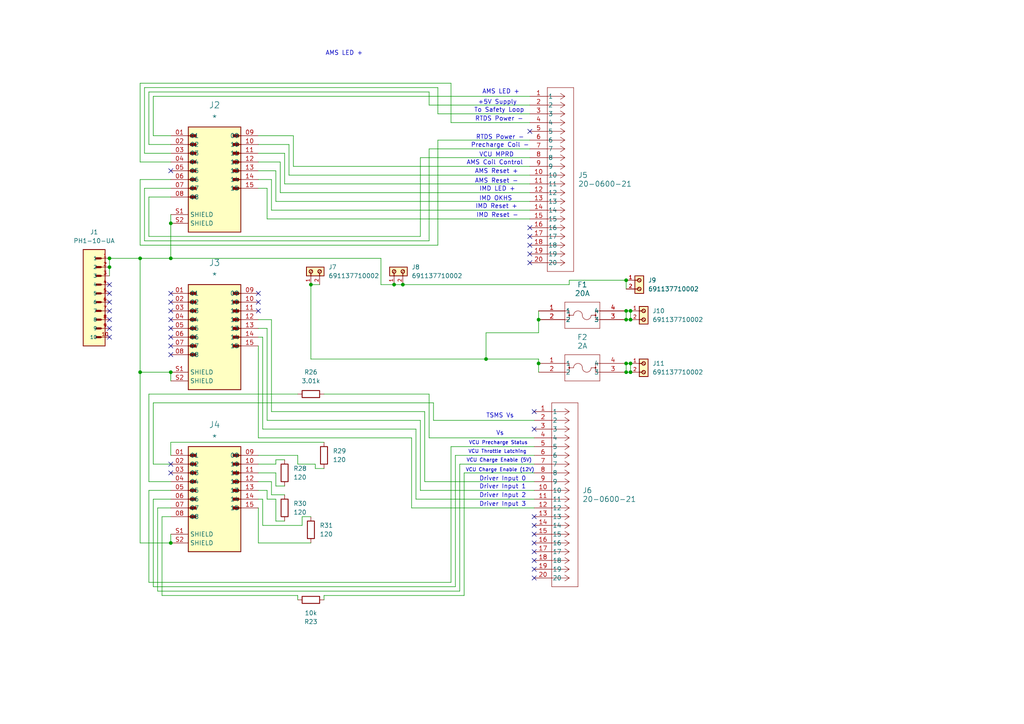
<source format=kicad_sch>
(kicad_sch (version 20231120) (generator "eeschema") (generator_version "8.0")
  (paper "A4")
  (lib_symbols
    (symbol "20-0600-21:20-0600-21" (pin_names (offset 0.254))
      (property "Reference" "J" (at 8.89 6.35 0))
      (property "Value" "20-0600-21" (at 0 0 0))
      (symbol "20-0600-21_1_1"
        (polyline (pts (xy 5.08 -50.8) (xy 12.7 -50.8)) (stroke (width 0.127)))
        (polyline (pts (xy 5.08 2.54) (xy 5.08 -50.8)) (stroke (width 0.127)))
        (polyline (pts (xy 10.16 -48.26) (xy 5.08 -48.26)) (stroke (width 0.127)))
        (polyline (pts (xy 10.16 -48.26) (xy 8.89 -49.1067)) (stroke (width 0.127)))
        (polyline (pts (xy 10.16 -48.26) (xy 8.89 -47.4133)) (stroke (width 0.127)))
        (polyline (pts (xy 10.16 -45.72) (xy 5.08 -45.72)) (stroke (width 0.127)))
        (polyline (pts (xy 10.16 -45.72) (xy 8.89 -46.5667)) (stroke (width 0.127)))
        (polyline (pts (xy 10.16 -45.72) (xy 8.89 -44.8733)) (stroke (width 0.127)))
        (polyline (pts (xy 10.16 -43.18) (xy 5.08 -43.18)) (stroke (width 0.127)))
        (polyline (pts (xy 10.16 -43.18) (xy 8.89 -44.0267)) (stroke (width 0.127)))
        (polyline (pts (xy 10.16 -43.18) (xy 8.89 -42.3333)) (stroke (width 0.127)))
        (polyline (pts (xy 10.16 -40.64) (xy 5.08 -40.64)) (stroke (width 0.127)))
        (polyline (pts (xy 10.16 -40.64) (xy 8.89 -41.4867)) (stroke (width 0.127)))
        (polyline (pts (xy 10.16 -40.64) (xy 8.89 -39.7933)) (stroke (width 0.127)))
        (polyline (pts (xy 10.16 -38.1) (xy 5.08 -38.1)) (stroke (width 0.127)))
        (polyline (pts (xy 10.16 -38.1) (xy 8.89 -38.9467)) (stroke (width 0.127)))
        (polyline (pts (xy 10.16 -38.1) (xy 8.89 -37.2533)) (stroke (width 0.127)))
        (polyline (pts (xy 10.16 -35.56) (xy 5.08 -35.56)) (stroke (width 0.127)))
        (polyline (pts (xy 10.16 -35.56) (xy 8.89 -36.4067)) (stroke (width 0.127)))
        (polyline (pts (xy 10.16 -35.56) (xy 8.89 -34.7133)) (stroke (width 0.127)))
        (polyline (pts (xy 10.16 -33.02) (xy 5.08 -33.02)) (stroke (width 0.127)))
        (polyline (pts (xy 10.16 -33.02) (xy 8.89 -33.8667)) (stroke (width 0.127)))
        (polyline (pts (xy 10.16 -33.02) (xy 8.89 -32.1733)) (stroke (width 0.127)))
        (polyline (pts (xy 10.16 -30.48) (xy 5.08 -30.48)) (stroke (width 0.127)))
        (polyline (pts (xy 10.16 -30.48) (xy 8.89 -31.3267)) (stroke (width 0.127)))
        (polyline (pts (xy 10.16 -30.48) (xy 8.89 -29.6333)) (stroke (width 0.127)))
        (polyline (pts (xy 10.16 -27.94) (xy 5.08 -27.94)) (stroke (width 0.127)))
        (polyline (pts (xy 10.16 -27.94) (xy 8.89 -28.7867)) (stroke (width 0.127)))
        (polyline (pts (xy 10.16 -27.94) (xy 8.89 -27.0933)) (stroke (width 0.127)))
        (polyline (pts (xy 10.16 -25.4) (xy 5.08 -25.4)) (stroke (width 0.127)))
        (polyline (pts (xy 10.16 -25.4) (xy 8.89 -26.2467)) (stroke (width 0.127)))
        (polyline (pts (xy 10.16 -25.4) (xy 8.89 -24.5533)) (stroke (width 0.127)))
        (polyline (pts (xy 10.16 -22.86) (xy 5.08 -22.86)) (stroke (width 0.127)))
        (polyline (pts (xy 10.16 -22.86) (xy 8.89 -23.7067)) (stroke (width 0.127)))
        (polyline (pts (xy 10.16 -22.86) (xy 8.89 -22.0133)) (stroke (width 0.127)))
        (polyline (pts (xy 10.16 -20.32) (xy 5.08 -20.32)) (stroke (width 0.127)))
        (polyline (pts (xy 10.16 -20.32) (xy 8.89 -21.1667)) (stroke (width 0.127)))
        (polyline (pts (xy 10.16 -20.32) (xy 8.89 -19.4733)) (stroke (width 0.127)))
        (polyline (pts (xy 10.16 -17.78) (xy 5.08 -17.78)) (stroke (width 0.127)))
        (polyline (pts (xy 10.16 -17.78) (xy 8.89 -18.6267)) (stroke (width 0.127)))
        (polyline (pts (xy 10.16 -17.78) (xy 8.89 -16.9333)) (stroke (width 0.127)))
        (polyline (pts (xy 10.16 -15.24) (xy 5.08 -15.24)) (stroke (width 0.127)))
        (polyline (pts (xy 10.16 -15.24) (xy 8.89 -16.0867)) (stroke (width 0.127)))
        (polyline (pts (xy 10.16 -15.24) (xy 8.89 -14.3933)) (stroke (width 0.127)))
        (polyline (pts (xy 10.16 -12.7) (xy 5.08 -12.7)) (stroke (width 0.127)))
        (polyline (pts (xy 10.16 -12.7) (xy 8.89 -13.5467)) (stroke (width 0.127)))
        (polyline (pts (xy 10.16 -12.7) (xy 8.89 -11.8533)) (stroke (width 0.127)))
        (polyline (pts (xy 10.16 -10.16) (xy 5.08 -10.16)) (stroke (width 0.127)))
        (polyline (pts (xy 10.16 -10.16) (xy 8.89 -11.0067)) (stroke (width 0.127)))
        (polyline (pts (xy 10.16 -10.16) (xy 8.89 -9.3133)) (stroke (width 0.127)))
        (polyline (pts (xy 10.16 -7.62) (xy 5.08 -7.62)) (stroke (width 0.127)))
        (polyline (pts (xy 10.16 -7.62) (xy 8.89 -8.4667)) (stroke (width 0.127)))
        (polyline (pts (xy 10.16 -7.62) (xy 8.89 -6.7733)) (stroke (width 0.127)))
        (polyline (pts (xy 10.16 -5.08) (xy 5.08 -5.08)) (stroke (width 0.127)))
        (polyline (pts (xy 10.16 -5.08) (xy 8.89 -5.9267)) (stroke (width 0.127)))
        (polyline (pts (xy 10.16 -5.08) (xy 8.89 -4.2333)) (stroke (width 0.127)))
        (polyline (pts (xy 10.16 -2.54) (xy 5.08 -2.54)) (stroke (width 0.127)))
        (polyline (pts (xy 10.16 -2.54) (xy 8.89 -3.3867)) (stroke (width 0.127)))
        (polyline (pts (xy 10.16 -2.54) (xy 8.89 -1.6933)) (stroke (width 0.127)))
        (polyline (pts (xy 10.16 0) (xy 5.08 0)) (stroke (width 0.127)))
        (polyline (pts (xy 10.16 0) (xy 8.89 -0.8467)) (stroke (width 0.127)))
        (polyline (pts (xy 10.16 0) (xy 8.89 0.8467)) (stroke (width 0.127)))
        (polyline (pts (xy 12.7 -50.8) (xy 12.7 2.54)) (stroke (width 0.127)))
        (polyline (pts (xy 12.7 2.54) (xy 5.08 2.54)) (stroke (width 0.127)))
        (pin unspecified line (at 0 0 0) (length 5.08) (name "1") (number "1"))
        (pin unspecified line (at 0 -22.86 0) (length 5.08) (name "10") (number "10"))
        (pin unspecified line (at 0 -25.4 0) (length 5.08) (name "11") (number "11"))
        (pin unspecified line (at 0 -27.94 0) (length 5.08) (name "12") (number "12"))
        (pin unspecified line (at 0 -30.48 0) (length 5.08) (name "13") (number "13"))
        (pin unspecified line (at 0 -33.02 0) (length 5.08) (name "14") (number "14"))
        (pin unspecified line (at 0 -35.56 0) (length 5.08) (name "15") (number "15"))
        (pin unspecified line (at 0 -38.1 0) (length 5.08) (name "16") (number "16"))
        (pin unspecified line (at 0 -40.64 0) (length 5.08) (name "17") (number "17"))
        (pin unspecified line (at 0 -43.18 0) (length 5.08) (name "18") (number "18"))
        (pin unspecified line (at 0 -45.72 0) (length 5.08) (name "19") (number "19"))
        (pin unspecified line (at 0 -2.54 0) (length 5.08) (name "2") (number "2"))
        (pin unspecified line (at 0 -48.26 0) (length 5.08) (name "20") (number "20"))
        (pin unspecified line (at 0 -5.08 0) (length 5.08) (name "3") (number "3"))
        (pin unspecified line (at 0 -7.62 0) (length 5.08) (name "4") (number "4"))
        (pin unspecified line (at 0 -10.16 0) (length 5.08) (name "5") (number "5"))
        (pin unspecified line (at 0 -12.7 0) (length 5.08) (name "6") (number "6"))
        (pin unspecified line (at 0 -15.24 0) (length 5.08) (name "7") (number "7"))
        (pin unspecified line (at 0 -17.78 0) (length 5.08) (name "8") (number "8"))
        (pin unspecified line (at 0 -20.32 0) (length 5.08) (name "9") (number "9"))
      )
      (symbol "20-0600-21_1_2"
        (polyline (pts (xy 5.08 -50.8) (xy 12.7 -50.8)) (stroke (width 0.127)))
        (polyline (pts (xy 5.08 2.54) (xy 5.08 -50.8)) (stroke (width 0.127)))
        (polyline (pts (xy 7.62 -48.26) (xy 5.08 -48.26)) (stroke (width 0.127)))
        (polyline (pts (xy 7.62 -48.26) (xy 8.89 -49.1067)) (stroke (width 0.127)))
        (polyline (pts (xy 7.62 -48.26) (xy 8.89 -47.4133)) (stroke (width 0.127)))
        (polyline (pts (xy 7.62 -45.72) (xy 5.08 -45.72)) (stroke (width 0.127)))
        (polyline (pts (xy 7.62 -45.72) (xy 8.89 -46.5667)) (stroke (width 0.127)))
        (polyline (pts (xy 7.62 -45.72) (xy 8.89 -44.8733)) (stroke (width 0.127)))
        (polyline (pts (xy 7.62 -43.18) (xy 5.08 -43.18)) (stroke (width 0.127)))
        (polyline (pts (xy 7.62 -43.18) (xy 8.89 -44.0267)) (stroke (width 0.127)))
        (polyline (pts (xy 7.62 -43.18) (xy 8.89 -42.3333)) (stroke (width 0.127)))
        (polyline (pts (xy 7.62 -40.64) (xy 5.08 -40.64)) (stroke (width 0.127)))
        (polyline (pts (xy 7.62 -40.64) (xy 8.89 -41.4867)) (stroke (width 0.127)))
        (polyline (pts (xy 7.62 -40.64) (xy 8.89 -39.7933)) (stroke (width 0.127)))
        (polyline (pts (xy 7.62 -38.1) (xy 5.08 -38.1)) (stroke (width 0.127)))
        (polyline (pts (xy 7.62 -38.1) (xy 8.89 -38.9467)) (stroke (width 0.127)))
        (polyline (pts (xy 7.62 -38.1) (xy 8.89 -37.2533)) (stroke (width 0.127)))
        (polyline (pts (xy 7.62 -35.56) (xy 5.08 -35.56)) (stroke (width 0.127)))
        (polyline (pts (xy 7.62 -35.56) (xy 8.89 -36.4067)) (stroke (width 0.127)))
        (polyline (pts (xy 7.62 -35.56) (xy 8.89 -34.7133)) (stroke (width 0.127)))
        (polyline (pts (xy 7.62 -33.02) (xy 5.08 -33.02)) (stroke (width 0.127)))
        (polyline (pts (xy 7.62 -33.02) (xy 8.89 -33.8667)) (stroke (width 0.127)))
        (polyline (pts (xy 7.62 -33.02) (xy 8.89 -32.1733)) (stroke (width 0.127)))
        (polyline (pts (xy 7.62 -30.48) (xy 5.08 -30.48)) (stroke (width 0.127)))
        (polyline (pts (xy 7.62 -30.48) (xy 8.89 -31.3267)) (stroke (width 0.127)))
        (polyline (pts (xy 7.62 -30.48) (xy 8.89 -29.6333)) (stroke (width 0.127)))
        (polyline (pts (xy 7.62 -27.94) (xy 5.08 -27.94)) (stroke (width 0.127)))
        (polyline (pts (xy 7.62 -27.94) (xy 8.89 -28.7867)) (stroke (width 0.127)))
        (polyline (pts (xy 7.62 -27.94) (xy 8.89 -27.0933)) (stroke (width 0.127)))
        (polyline (pts (xy 7.62 -25.4) (xy 5.08 -25.4)) (stroke (width 0.127)))
        (polyline (pts (xy 7.62 -25.4) (xy 8.89 -26.2467)) (stroke (width 0.127)))
        (polyline (pts (xy 7.62 -25.4) (xy 8.89 -24.5533)) (stroke (width 0.127)))
        (polyline (pts (xy 7.62 -22.86) (xy 5.08 -22.86)) (stroke (width 0.127)))
        (polyline (pts (xy 7.62 -22.86) (xy 8.89 -23.7067)) (stroke (width 0.127)))
        (polyline (pts (xy 7.62 -22.86) (xy 8.89 -22.0133)) (stroke (width 0.127)))
        (polyline (pts (xy 7.62 -20.32) (xy 5.08 -20.32)) (stroke (width 0.127)))
        (polyline (pts (xy 7.62 -20.32) (xy 8.89 -21.1667)) (stroke (width 0.127)))
        (polyline (pts (xy 7.62 -20.32) (xy 8.89 -19.4733)) (stroke (width 0.127)))
        (polyline (pts (xy 7.62 -17.78) (xy 5.08 -17.78)) (stroke (width 0.127)))
        (polyline (pts (xy 7.62 -17.78) (xy 8.89 -18.6267)) (stroke (width 0.127)))
        (polyline (pts (xy 7.62 -17.78) (xy 8.89 -16.9333)) (stroke (width 0.127)))
        (polyline (pts (xy 7.62 -15.24) (xy 5.08 -15.24)) (stroke (width 0.127)))
        (polyline (pts (xy 7.62 -15.24) (xy 8.89 -16.0867)) (stroke (width 0.127)))
        (polyline (pts (xy 7.62 -15.24) (xy 8.89 -14.3933)) (stroke (width 0.127)))
        (polyline (pts (xy 7.62 -12.7) (xy 5.08 -12.7)) (stroke (width 0.127)))
        (polyline (pts (xy 7.62 -12.7) (xy 8.89 -13.5467)) (stroke (width 0.127)))
        (polyline (pts (xy 7.62 -12.7) (xy 8.89 -11.8533)) (stroke (width 0.127)))
        (polyline (pts (xy 7.62 -10.16) (xy 5.08 -10.16)) (stroke (width 0.127)))
        (polyline (pts (xy 7.62 -10.16) (xy 8.89 -11.0067)) (stroke (width 0.127)))
        (polyline (pts (xy 7.62 -10.16) (xy 8.89 -9.3133)) (stroke (width 0.127)))
        (polyline (pts (xy 7.62 -7.62) (xy 5.08 -7.62)) (stroke (width 0.127)))
        (polyline (pts (xy 7.62 -7.62) (xy 8.89 -8.4667)) (stroke (width 0.127)))
        (polyline (pts (xy 7.62 -7.62) (xy 8.89 -6.7733)) (stroke (width 0.127)))
        (polyline (pts (xy 7.62 -5.08) (xy 5.08 -5.08)) (stroke (width 0.127)))
        (polyline (pts (xy 7.62 -5.08) (xy 8.89 -5.9267)) (stroke (width 0.127)))
        (polyline (pts (xy 7.62 -5.08) (xy 8.89 -4.2333)) (stroke (width 0.127)))
        (polyline (pts (xy 7.62 -2.54) (xy 5.08 -2.54)) (stroke (width 0.127)))
        (polyline (pts (xy 7.62 -2.54) (xy 8.89 -3.3867)) (stroke (width 0.127)))
        (polyline (pts (xy 7.62 -2.54) (xy 8.89 -1.6933)) (stroke (width 0.127)))
        (polyline (pts (xy 7.62 0) (xy 5.08 0)) (stroke (width 0.127)))
        (polyline (pts (xy 7.62 0) (xy 8.89 -0.8467)) (stroke (width 0.127)))
        (polyline (pts (xy 7.62 0) (xy 8.89 0.8467)) (stroke (width 0.127)))
        (polyline (pts (xy 12.7 -50.8) (xy 12.7 2.54)) (stroke (width 0.127)))
        (polyline (pts (xy 12.7 2.54) (xy 5.08 2.54)) (stroke (width 0.127)))
        (pin unspecified line (at 0 0 0) (length 5.08) (name "1") (number "1"))
        (pin unspecified line (at 0 -22.86 0) (length 5.08) (name "10") (number "10"))
        (pin unspecified line (at 0 -25.4 0) (length 5.08) (name "11") (number "11"))
        (pin unspecified line (at 0 -27.94 0) (length 5.08) (name "12") (number "12"))
        (pin unspecified line (at 0 -30.48 0) (length 5.08) (name "13") (number "13"))
        (pin unspecified line (at 0 -33.02 0) (length 5.08) (name "14") (number "14"))
        (pin unspecified line (at 0 -35.56 0) (length 5.08) (name "15") (number "15"))
        (pin unspecified line (at 0 -38.1 0) (length 5.08) (name "16") (number "16"))
        (pin unspecified line (at 0 -40.64 0) (length 5.08) (name "17") (number "17"))
        (pin unspecified line (at 0 -43.18 0) (length 5.08) (name "18") (number "18"))
        (pin unspecified line (at 0 -45.72 0) (length 5.08) (name "19") (number "19"))
        (pin unspecified line (at 0 -2.54 0) (length 5.08) (name "2") (number "2"))
        (pin unspecified line (at 0 -48.26 0) (length 5.08) (name "20") (number "20"))
        (pin unspecified line (at 0 -5.08 0) (length 5.08) (name "3") (number "3"))
        (pin unspecified line (at 0 -7.62 0) (length 5.08) (name "4") (number "4"))
        (pin unspecified line (at 0 -10.16 0) (length 5.08) (name "5") (number "5"))
        (pin unspecified line (at 0 -12.7 0) (length 5.08) (name "6") (number "6"))
        (pin unspecified line (at 0 -15.24 0) (length 5.08) (name "7") (number "7"))
        (pin unspecified line (at 0 -17.78 0) (length 5.08) (name "8") (number "8"))
        (pin unspecified line (at 0 -20.32 0) (length 5.08) (name "9") (number "9"))
      )
    )
    (symbol "3568:3568" (pin_names (offset 0.254))
      (property "Reference" "F" (at 12.7 7.62 0))
      (property "Value" "3568" (at 12.7 5.08 0))
      (symbol "3568_0_1"
        (polyline (pts (xy 7.62 -5.08) (xy 17.78 -5.08)) (stroke (width 0.127)))
        (polyline (pts (xy 7.62 -2.54) (xy 8.89 -2.54)) (stroke (width 0.127)))
        (polyline (pts (xy 7.62 0) (xy 8.89 0)) (stroke (width 0.127)))
        (polyline (pts (xy 7.62 2.54) (xy 7.62 -5.08)) (stroke (width 0.127)))
        (polyline (pts (xy 8.89 -1.27) (xy 10.16 -1.27)) (stroke (width 0.127)))
        (polyline (pts (xy 8.89 0) (xy 8.89 -2.54)) (stroke (width 0.127)))
        (polyline (pts (xy 15.24 -1.27) (xy 16.51 -1.27)) (stroke (width 0.127)))
        (polyline (pts (xy 16.51 -2.54) (xy 16.51 0)) (stroke (width 0.127)))
        (polyline (pts (xy 16.51 0) (xy 17.78 0)) (stroke (width 0.127)))
        (polyline (pts (xy 17.78 -5.08) (xy 17.78 2.54)) (stroke (width 0.127)))
        (polyline (pts (xy 17.78 -2.54) (xy 16.51 -2.54)) (stroke (width 0.127)))
        (polyline (pts (xy 17.78 2.54) (xy 7.62 2.54)) (stroke (width 0.127)))
        (circle (center 8.89 -1.27) (radius 0.127) (stroke (width 0.254)))
        (arc (start 12.7 -1.27) (mid 11.43 -0.0055) (end 10.16 -1.27) (stroke (width 0.127)))
        (arc (start 12.7 -1.27) (mid 13.97 -2.5344) (end 15.24 -1.27) (stroke (width 0.127)))
        (circle (center 16.51 -1.27) (radius 0.127) (stroke (width 0.254)))
        (pin unspecified line (at 0 0 0) (length 7.62) (name "1") (number "1"))
        (pin unspecified line (at 0 -2.54 0) (length 7.62) (name "2") (number "2"))
        (pin unspecified line (at 25.4 -2.54 180) (length 7.62) (name "3") (number "3"))
        (pin unspecified line (at 25.4 0 180) (length 7.62) (name "4") (number "4"))
      )
    )
    (symbol "691137710002:691137710002" (pin_names (offset 1.016))
      (property "Reference" "J" (at -4.88 -0.922 0))
      (symbol "691137710002_0_0"
        (rectangle (start -3.81 -2.54) (end 1.27 0) (stroke (width 0.254)) (fill (type background)))
        (circle (center -2.54 -1.27) (radius 0.508) (stroke (width 0.254)))
        (circle (center 0 -1.27) (radius 0.508) (stroke (width 0.254)))
        (polyline (pts (xy -2.54 -1.778) (xy -2.54 -2.54)) (stroke (width 0.254)))
        (polyline (pts (xy -2.286 -1.016) (xy -2.794 -1.524)) (stroke (width 0.1524)))
        (polyline (pts (xy 0 -1.778) (xy 0 -2.54)) (stroke (width 0.254)))
        (polyline (pts (xy 0.254 -1.016) (xy -0.254 -1.524)) (stroke (width 0.1524)))
        (pin passive line (at -2.54 -5.08 90) (length 2.54) (name "~") (number "1"))
        (pin passive line (at 0 -5.08 90) (length 2.54) (name "~") (number "2"))
      )
    )
    (symbol "Device:R" (pin_numbers hide) (pin_names (offset 0))
      (property "Reference" "R" (at 2.032 0 90))
      (property "Value" "R" (at 0 0 90))
      (symbol "R_0_1"
        (rectangle (start -1.016 -2.54) (end 1.016 2.54) (stroke (width 0.254)))
      )
      (symbol "R_1_1"
        (pin passive line (at 0 3.81 270) (length 1.27) (name "~") (number "1"))
        (pin passive line (at 0 -3.81 90) (length 1.27) (name "~") (number "2"))
      )
    )
    (symbol "L717SDA15P1ACH4F:L717SDA15P1ACH4F"
      (property "Reference" "J" (at -1.27 1.27 0))
      (property "Value" "*" (at -1.27 -3.81 0))
      (symbol "L717SDA15P1ACH4F_1_0"
        (rectangle (start -5.398 -7.303) (end -6.985 -7.938) (stroke (width 0.254)) (fill (type outline)))
        (rectangle (start -5.398 -4.763) (end -6.985 -5.398) (stroke (width 0.254)) (fill (type outline)))
        (rectangle (start -5.398 -2.223) (end -6.985 -2.858) (stroke (width 0.254)) (fill (type outline)))
        (rectangle (start -5.398 0.318) (end -6.985 -0.318) (stroke (width 0.254)) (fill (type outline)))
        (rectangle (start -5.398 2.858) (end -6.985 2.223) (stroke (width 0.254)) (fill (type outline)))
        (rectangle (start -5.398 5.398) (end -6.985 4.763) (stroke (width 0.254)) (fill (type outline)))
        (rectangle (start -5.398 7.938) (end -6.985 7.303) (stroke (width 0.254)) (fill (type outline)))
        (rectangle (start -5.398 10.478) (end -6.985 9.843) (stroke (width 0.254)) (fill (type outline)))
        (polyline (pts (xy -7.62 -7.62) (xy -5.715 -7.62)) (stroke (width 0.254)))
        (polyline (pts (xy -7.62 -5.08) (xy -5.715 -5.08)) (stroke (width 0.254)))
        (polyline (pts (xy -7.62 -2.54) (xy -5.715 -2.54)) (stroke (width 0.254)))
        (polyline (pts (xy -7.62 0) (xy -5.715 0)) (stroke (width 0.254)))
        (polyline (pts (xy -7.62 2.54) (xy -5.715 2.54)) (stroke (width 0.254)))
        (polyline (pts (xy -7.62 5.08) (xy -5.715 5.08)) (stroke (width 0.254)))
        (polyline (pts (xy -7.62 7.62) (xy -5.715 7.62)) (stroke (width 0.254)))
        (polyline (pts (xy -7.62 10.16) (xy -5.715 10.16)) (stroke (width 0.254)))
        (polyline (pts (xy 7.62 -5.08) (xy 5.715 -5.08)) (stroke (width 0.254)))
        (polyline (pts (xy 7.62 -2.54) (xy 5.715 -2.54)) (stroke (width 0.254)))
        (polyline (pts (xy 7.62 0) (xy 5.715 0)) (stroke (width 0.254)))
        (polyline (pts (xy 7.62 2.54) (xy 5.715 2.54)) (stroke (width 0.254)))
        (polyline (pts (xy 7.62 5.08) (xy 5.715 5.08)) (stroke (width 0.254)))
        (polyline (pts (xy 7.62 7.62) (xy 5.715 7.62)) (stroke (width 0.254)))
        (polyline (pts (xy 7.62 10.16) (xy 5.715 10.16)) (stroke (width 0.254)))
        (rectangle (start 5.398 -5.398) (end 6.985 -4.763) (stroke (width 0.254)) (fill (type outline)))
        (rectangle (start 5.398 -2.858) (end 6.985 -2.223) (stroke (width 0.254)) (fill (type outline)))
        (rectangle (start 5.398 -0.318) (end 6.985 0.318) (stroke (width 0.254)) (fill (type outline)))
        (rectangle (start 5.398 2.223) (end 6.985 2.858) (stroke (width 0.254)) (fill (type outline)))
        (rectangle (start 5.398 4.763) (end 6.985 5.398) (stroke (width 0.254)) (fill (type outline)))
        (rectangle (start 5.398 7.303) (end 6.985 7.938) (stroke (width 0.254)) (fill (type outline)))
        (rectangle (start 5.398 9.843) (end 6.985 10.478) (stroke (width 0.254)) (fill (type outline)))
        (rectangle (start 7.62 12.7) (end -7.62 -17.78) (stroke (width 0.254) (color 128 0 0 1)) (fill (type background)))
        (pin passive line (at -12.7 10.16 0) (length 5.08) (name "01") (number "01"))
        (pin passive line (at -12.7 7.62 0) (length 5.08) (name "02") (number "02"))
        (pin passive line (at -12.7 5.08 0) (length 5.08) (name "03") (number "03"))
        (pin passive line (at -12.7 2.54 0) (length 5.08) (name "04") (number "04"))
        (pin passive line (at -12.7 0 0) (length 5.08) (name "05") (number "05"))
        (pin passive line (at -12.7 -2.54 0) (length 5.08) (name "06") (number "06"))
        (pin passive line (at -12.7 -5.08 0) (length 5.08) (name "07") (number "07"))
        (pin passive line (at -12.7 -7.62 0) (length 5.08) (name "08") (number "08"))
        (pin passive line (at 12.7 10.16 180) (length 5.08) (name "09") (number "09"))
        (pin passive line (at 12.7 7.62 180) (length 5.08) (name "10") (number "10"))
        (pin passive line (at 12.7 5.08 180) (length 5.08) (name "11") (number "11"))
        (pin passive line (at 12.7 2.54 180) (length 5.08) (name "12") (number "12"))
        (pin passive line (at 12.7 0 180) (length 5.08) (name "13") (number "13"))
        (pin passive line (at 12.7 -2.54 180) (length 5.08) (name "14") (number "14"))
        (pin passive line (at 12.7 -5.08 180) (length 5.08) (name "15") (number "15"))
        (pin passive line (at -12.7 -12.7 0) (length 5.08) (name "SHIELD") (number "S1"))
        (pin passive line (at -12.7 -15.24 0) (length 5.08) (name "SHIELD") (number "S2"))
      )
    )
    (symbol "PH1-10-UA:PH1-10-UA" (pin_names (offset 1.016))
      (property "Reference" "J" (at 0 28.448 0))
      (property "Value" "PH1-10-UA" (at 0 0 0))
      (symbol "PH1-10-UA_0_0"
        (polyline (pts (xy 3.81 2.54) (xy 5.08 2.54)) (stroke (width 0.6096)))
        (polyline (pts (xy 3.81 5.08) (xy 5.08 5.08)) (stroke (width 0.6096)))
        (polyline (pts (xy 3.81 7.62) (xy 5.08 7.62)) (stroke (width 0.6096)))
        (polyline (pts (xy 3.81 10.16) (xy 5.08 10.16)) (stroke (width 0.6096)))
        (polyline (pts (xy 3.81 12.7) (xy 5.08 12.7)) (stroke (width 0.6096)))
        (polyline (pts (xy 3.81 15.24) (xy 5.08 15.24)) (stroke (width 0.6096)))
        (polyline (pts (xy 3.81 17.78) (xy 5.08 17.78)) (stroke (width 0.6096)))
        (polyline (pts (xy 3.81 20.32) (xy 5.08 20.32)) (stroke (width 0.6096)))
        (polyline (pts (xy 3.81 22.86) (xy 5.08 22.86)) (stroke (width 0.6096)))
        (polyline (pts (xy 3.81 25.4) (xy 5.08 25.4)) (stroke (width 0.6096)))
        (rectangle (start 0 0) (end 6.35 27.94) (stroke (width 0.254)) (fill (type background)))
        (pin passive line (at 7.62 25.4 180) (length 2.54) (name "1") (number "1"))
        (pin passive line (at 7.62 2.54 180) (length 2.54) (name "10") (number "10"))
        (pin passive line (at 7.62 22.86 180) (length 2.54) (name "2") (number "2"))
        (pin passive line (at 7.62 20.32 180) (length 2.54) (name "3") (number "3"))
        (pin passive line (at 7.62 17.78 180) (length 2.54) (name "4") (number "4"))
        (pin passive line (at 7.62 15.24 180) (length 2.54) (name "5") (number "5"))
        (pin passive line (at 7.62 12.7 180) (length 2.54) (name "6") (number "6"))
        (pin passive line (at 7.62 10.16 180) (length 2.54) (name "7") (number "7"))
        (pin passive line (at 7.62 7.62 180) (length 2.54) (name "8") (number "8"))
        (pin passive line (at 7.62 5.08 180) (length 2.54) (name "9") (number "9"))
      )
    )
  )
  (junction (at 90.17 82.55))
  (junction (at 49.53 74.93))
  (junction (at 182.88 105.41))
  (junction (at 181.61 90.17))
  (junction (at 31.75 74.93))
  (junction (at 114.3 82.55))
  (junction (at 182.88 90.17))
  (junction (at 181.61 105.41))
  (junction (at 182.88 107.95))
  (junction (at 156.21 92.71))
  (junction (at 140.97 104.14))
  (junction (at 49.53 157.48))
  (junction (at 116.84 82.55))
  (junction (at 181.61 107.95))
  (junction (at 40.64 74.93))
  (junction (at 181.61 81.28))
  (junction (at 40.64 107.95))
  (junction (at 156.21 105.41))
  (junction (at 49.53 64.77))
  (junction (at 181.61 92.71))
  (junction (at 49.53 107.95))
  (junction (at 182.88 92.71))
  (junction (at 31.75 77.47))
  (no_connect (at 153.67 38.1))
  (no_connect (at 153.67 68.58))
  (no_connect (at 49.53 100.33))
  (no_connect (at 31.75 95.25))
  (no_connect (at 49.53 85.09))
  (no_connect (at 49.53 90.17))
  (no_connect (at 153.67 76.2))
  (no_connect (at 74.93 87.63))
  (no_connect (at 31.75 97.79))
  (no_connect (at 74.93 90.17))
  (no_connect (at 154.94 157.48))
  (no_connect (at 49.53 87.63))
  (no_connect (at 49.53 134.62))
  (no_connect (at 74.93 85.09))
  (no_connect (at 31.75 92.71))
  (no_connect (at 31.75 87.63))
  (no_connect (at 49.53 92.71))
  (no_connect (at 49.53 95.25))
  (no_connect (at 154.94 149.86))
  (no_connect (at 153.67 71.12))
  (no_connect (at 31.75 85.09))
  (no_connect (at 154.94 154.94))
  (no_connect (at 153.67 73.66))
  (no_connect (at 154.94 165.1))
  (no_connect (at 49.53 137.16))
  (no_connect (at 153.67 66.04))
  (no_connect (at 154.94 160.02))
  (no_connect (at 154.94 152.4))
  (no_connect (at 154.94 167.64))
  (no_connect (at 49.53 49.53))
  (no_connect (at 31.75 90.17))
  (no_connect (at 31.75 82.55))
  (no_connect (at 49.53 97.79))
  (no_connect (at 154.94 119.38))
  (no_connect (at 154.94 124.46))
  (no_connect (at 49.53 102.87))
  (no_connect (at 154.94 162.56))
  (wire (pts (xy 74.93 142.24) (xy 77.47 142.24)))
  (wire (pts (xy 124.46 127) (xy 154.94 127)))
  (wire (pts (xy 40.64 74.93) (xy 40.64 107.95)))
  (wire (pts (xy 76.2 97.79) (xy 76.2 124.46)))
  (wire (pts (xy 181.61 105.41) (xy 181.61 107.95)))
  (wire (pts (xy 49.53 74.93) (xy 40.64 74.93)))
  (wire (pts (xy 74.93 54.61) (xy 77.47 54.61)))
  (wire (pts (xy 121.92 45.72) (xy 153.67 45.72)))
  (wire (pts (xy 41.91 44.45) (xy 41.91 25.4)))
  (wire (pts (xy 49.53 39.37) (xy 44.45 39.37)))
  (wire (pts (xy 74.93 137.16) (xy 80.01 137.16)))
  (wire (pts (xy 127 40.64) (xy 153.67 40.64)))
  (wire (pts (xy 74.93 144.78) (xy 76.2 144.78)))
  (wire (pts (xy 77.47 95.25) (xy 77.47 121.92)))
  (wire (pts (xy 74.93 41.91) (xy 83.82 41.91)))
  (wire (pts (xy 182.88 105.41) (xy 182.88 107.95)))
  (wire (pts (xy 74.93 95.25) (xy 77.47 95.25)))
  (wire (pts (xy 41.91 54.61) (xy 41.91 69.85)))
  (wire (pts (xy 165.1 81.28) (xy 181.61 81.28)))
  (wire (pts (xy 43.18 57.15) (xy 43.18 68.58)))
  (wire (pts (xy 127 33.02) (xy 153.67 33.02)))
  (wire (pts (xy 74.93 97.79) (xy 76.2 97.79)))
  (wire (pts (xy 124.46 69.85) (xy 124.46 43.18)))
  (wire (pts (xy 40.64 46.99) (xy 40.64 24.13)))
  (wire (pts (xy 181.61 105.41) (xy 182.88 105.41)))
  (wire (pts (xy 78.74 119.38) (xy 123.19 119.38)))
  (wire (pts (xy 49.53 64.77) (xy 49.53 74.93)))
  (wire (pts (xy 86.36 172.72) (xy 86.36 173.99)))
  (wire (pts (xy 87.63 149.86) (xy 90.17 149.86)))
  (wire (pts (xy 49.53 46.99) (xy 40.64 46.99)))
  (wire (pts (xy 41.91 25.4) (xy 127 25.4)))
  (wire (pts (xy 130.81 24.13) (xy 130.81 35.56)))
  (wire (pts (xy 74.93 52.07) (xy 78.74 52.07)))
  (wire (pts (xy 78.74 52.07) (xy 78.74 60.96)))
  (wire (pts (xy 124.46 30.48) (xy 153.67 30.48)))
  (wire (pts (xy 49.53 149.86) (xy 46.99 149.86)))
  (wire (pts (xy 93.98 172.72) (xy 93.98 173.99)))
  (wire (pts (xy 110.49 82.55) (xy 110.49 74.93)))
  (wire (pts (xy 49.53 107.95) (xy 49.53 110.49)))
  (wire (pts (xy 153.67 53.34) (xy 82.55 53.34)))
  (wire (pts (xy 133.35 171.45) (xy 133.35 134.62)))
  (wire (pts (xy 165.1 82.55) (xy 165.1 81.28)))
  (wire (pts (xy 49.53 132.08) (xy 49.53 128.27)))
  (wire (pts (xy 121.92 68.58) (xy 121.92 45.72)))
  (wire (pts (xy 49.53 134.62) (xy 44.45 134.62)))
  (wire (pts (xy 181.61 92.71) (xy 182.88 92.71)))
  (wire (pts (xy 77.47 142.24) (xy 77.47 144.78)))
  (wire (pts (xy 110.49 74.93) (xy 49.53 74.93)))
  (wire (pts (xy 140.97 104.14) (xy 156.21 104.14)))
  (wire (pts (xy 49.53 139.7) (xy 43.18 139.7)))
  (wire (pts (xy 121.92 121.92) (xy 121.92 142.24)))
  (wire (pts (xy 127 40.64) (xy 127 71.12)))
  (wire (pts (xy 130.81 35.56) (xy 153.67 35.56)))
  (wire (pts (xy 123.19 119.38) (xy 123.19 139.7)))
  (wire (pts (xy 43.18 168.91) (xy 130.81 168.91)))
  (wire (pts (xy 49.53 54.61) (xy 41.91 54.61)))
  (wire (pts (xy 40.64 52.07) (xy 40.64 71.12)))
  (wire (pts (xy 90.17 82.55) (xy 92.71 82.55)))
  (wire (pts (xy 81.28 46.99) (xy 81.28 55.88)))
  (wire (pts (xy 76.2 124.46) (xy 120.65 124.46)))
  (wire (pts (xy 43.18 114.3) (xy 86.36 114.3)))
  (wire (pts (xy 49.53 144.78) (xy 44.45 144.78)))
  (wire (pts (xy 80.01 133.35) (xy 82.55 133.35)))
  (wire (pts (xy 74.93 92.71) (xy 78.74 92.71)))
  (wire (pts (xy 80.01 144.78) (xy 80.01 151.13)))
  (wire (pts (xy 74.93 157.48) (xy 90.17 157.48)))
  (wire (pts (xy 80.01 151.13) (xy 82.55 151.13)))
  (wire (pts (xy 74.93 134.62) (xy 80.01 134.62)))
  (wire (pts (xy 74.93 132.08) (xy 86.36 132.08)))
  (wire (pts (xy 140.97 104.14) (xy 140.97 96.52)))
  (wire (pts (xy 77.47 144.78) (xy 80.01 144.78)))
  (wire (pts (xy 86.36 132.08) (xy 86.36 134.62)))
  (wire (pts (xy 77.47 121.92) (xy 121.92 121.92)))
  (wire (pts (xy 123.19 139.7) (xy 154.94 139.7)))
  (wire (pts (xy 91.44 134.62) (xy 91.44 135.89)))
  (wire (pts (xy 44.45 27.94) (xy 153.67 27.94)))
  (wire (pts (xy 45.72 147.32) (xy 49.53 147.32)))
  (wire (pts (xy 31.75 74.93) (xy 31.75 77.47)))
  (wire (pts (xy 49.53 44.45) (xy 41.91 44.45)))
  (wire (pts (xy 181.61 90.17) (xy 182.88 90.17)))
  (wire (pts (xy 124.46 26.67) (xy 124.46 30.48)))
  (wire (pts (xy 80.01 58.42) (xy 80.01 49.53)))
  (wire (pts (xy 43.18 139.7) (xy 43.18 114.3)))
  (wire (pts (xy 90.17 82.55) (xy 90.17 104.14)))
  (wire (pts (xy 43.18 41.91) (xy 43.18 26.67)))
  (wire (pts (xy 40.64 107.95) (xy 40.64 157.48)))
  (wire (pts (xy 181.61 107.95) (xy 182.88 107.95)))
  (wire (pts (xy 83.82 50.8) (xy 153.67 50.8)))
  (wire (pts (xy 49.53 62.23) (xy 49.53 64.77)))
  (wire (pts (xy 125.73 121.92) (xy 154.94 121.92)))
  (wire (pts (xy 80.01 134.62) (xy 80.01 133.35)))
  (wire (pts (xy 44.45 170.18) (xy 132.08 170.18)))
  (wire (pts (xy 121.92 142.24) (xy 154.94 142.24)))
  (wire (pts (xy 124.46 114.3) (xy 124.46 127)))
  (wire (pts (xy 49.53 52.07) (xy 40.64 52.07)))
  (wire (pts (xy 49.53 41.91) (xy 43.18 41.91)))
  (wire (pts (xy 74.93 147.32) (xy 74.93 157.48)))
  (wire (pts (xy 182.88 90.17) (xy 182.88 92.71)))
  (wire (pts (xy 74.93 44.45) (xy 82.55 44.45)))
  (wire (pts (xy 44.45 39.37) (xy 44.45 27.94)))
  (wire (pts (xy 74.93 49.53) (xy 80.01 49.53)))
  (wire (pts (xy 134.62 137.16) (xy 154.94 137.16)))
  (wire (pts (xy 153.67 48.26) (xy 85.09 48.26)))
  (wire (pts (xy 133.35 134.62) (xy 154.94 134.62)))
  (wire (pts (xy 91.44 135.89) (xy 93.98 135.89)))
  (wire (pts (xy 85.09 48.26) (xy 85.09 39.37)))
  (wire (pts (xy 74.93 46.99) (xy 81.28 46.99)))
  (wire (pts (xy 49.53 128.27) (xy 93.98 128.27)))
  (wire (pts (xy 181.61 81.28) (xy 181.61 83.82)))
  (wire (pts (xy 74.93 127) (xy 119.38 127)))
  (wire (pts (xy 140.97 96.52) (xy 156.21 96.52)))
  (wire (pts (xy 80.01 140.97) (xy 82.55 140.97)))
  (wire (pts (xy 78.74 60.96) (xy 153.67 60.96)))
  (wire (pts (xy 40.64 157.48) (xy 49.53 157.48)))
  (wire (pts (xy 41.91 69.85) (xy 124.46 69.85)))
  (wire (pts (xy 130.81 129.54) (xy 130.81 168.91)))
  (wire (pts (xy 40.64 24.13) (xy 130.81 24.13)))
  (wire (pts (xy 49.53 57.15) (xy 43.18 57.15)))
  (wire (pts (xy 116.84 82.55) (xy 165.1 82.55)))
  (wire (pts (xy 134.62 172.72) (xy 134.62 137.16)))
  (wire (pts (xy 130.81 129.54) (xy 154.94 129.54)))
  (wire (pts (xy 85.09 39.37) (xy 74.93 39.37)))
  (wire (pts (xy 134.62 172.72) (xy 93.98 172.72)))
  (wire (pts (xy 83.82 41.91) (xy 83.82 50.8)))
  (wire (pts (xy 132.08 170.18) (xy 132.08 132.08)))
  (wire (pts (xy 46.99 149.86) (xy 46.99 172.72)))
  (wire (pts (xy 45.72 171.45) (xy 133.35 171.45)))
  (wire (pts (xy 87.63 152.4) (xy 87.63 149.86)))
  (wire (pts (xy 74.93 127) (xy 74.93 100.33)))
  (wire (pts (xy 119.38 147.32) (xy 154.94 147.32)))
  (wire (pts (xy 125.73 121.92) (xy 125.73 116.84)))
  (wire (pts (xy 120.65 124.46) (xy 120.65 144.78)))
  (wire (pts (xy 124.46 43.18) (xy 153.67 43.18)))
  (wire (pts (xy 76.2 152.4) (xy 87.63 152.4)))
  (wire (pts (xy 49.53 154.94) (xy 49.53 157.48)))
  (wire (pts (xy 132.08 132.08) (xy 154.94 132.08)))
  (wire (pts (xy 74.93 139.7) (xy 78.74 139.7)))
  (wire (pts (xy 43.18 68.58) (xy 121.92 68.58)))
  (wire (pts (xy 93.98 114.3) (xy 124.46 114.3)))
  (wire (pts (xy 120.65 144.78) (xy 154.94 144.78)))
  (wire (pts (xy 43.18 26.67) (xy 124.46 26.67)))
  (wire (pts (xy 81.28 55.88) (xy 153.67 55.88)))
  (wire (pts (xy 153.67 63.5) (xy 77.47 63.5)))
  (wire (pts (xy 31.75 74.93) (xy 40.64 74.93)))
  (wire (pts (xy 82.55 53.34) (xy 82.55 44.45)))
  (wire (pts (xy 127 25.4) (xy 127 33.02)))
  (wire (pts (xy 78.74 139.7) (xy 78.74 143.51)))
  (wire (pts (xy 40.64 71.12) (xy 127 71.12)))
  (wire (pts (xy 125.73 116.84) (xy 44.45 116.84)))
  (wire (pts (xy 76.2 144.78) (xy 76.2 152.4)))
  (wire (pts (xy 44.45 134.62) (xy 44.45 116.84)))
  (wire (pts (xy 156.21 104.14) (xy 156.21 105.41)))
  (wire (pts (xy 78.74 143.51) (xy 82.55 143.51)))
  (wire (pts (xy 114.3 82.55) (xy 110.49 82.55)))
  (wire (pts (xy 44.45 144.78) (xy 44.45 170.18)))
  (wire (pts (xy 40.64 107.95) (xy 49.53 107.95)))
  (wire (pts (xy 80.01 137.16) (xy 80.01 140.97)))
  (wire (pts (xy 46.99 172.72) (xy 86.36 172.72)))
  (wire (pts (xy 156.21 105.41) (xy 156.21 107.95)))
  (wire (pts (xy 119.38 127) (xy 119.38 147.32)))
  (wire (pts (xy 86.36 134.62) (xy 91.44 134.62)))
  (wire (pts (xy 43.18 142.24) (xy 43.18 168.91)))
  (wire (pts (xy 43.18 142.24) (xy 49.53 142.24)))
  (wire (pts (xy 45.72 147.32) (xy 45.72 171.45)))
  (wire (pts (xy 156.21 92.71) (xy 156.21 90.17)))
  (wire (pts (xy 77.47 63.5) (xy 77.47 54.61)))
  (wire (pts (xy 114.3 82.55) (xy 116.84 82.55)))
  (wire (pts (xy 31.75 77.47) (xy 31.75 80.01)))
  (wire (pts (xy 156.21 96.52) (xy 156.21 92.71)))
  (wire (pts (xy 78.74 92.71) (xy 78.74 119.38)))
  (wire (pts (xy 181.61 90.17) (xy 181.61 92.71)))
  (wire (pts (xy 90.17 104.14) (xy 140.97 104.14)))
  (wire (pts (xy 153.67 58.42) (xy 80.01 58.42)))
  (text "Driver Input 1" (at 145.796 141.224 0) (effects (font (size 1.27 1.27))))
  (text "Driver Input 0" (at 145.796 138.938 0) (effects (font (size 1.27 1.27))))
  (text "AMS Reset -" (at 144.018 52.578 0) (effects (font (size 1.27 1.27))))
  (text "AMS Reset +" (at 144.018 49.784 0) (effects (font (size 1.27 1.27))))
  (text "VCU Charge Enable (5V)" (at 144.78 133.604 0) (effects (font (size 1.016 1.016))))
  (text "+5V Supply" (at 144.272 29.718 0) (effects (font (size 1.27 1.27))))
  (text "AMS LED +" (at 145.288 26.67 0) (effects (font (size 1.27 1.27))))
  (text "AMS LED +" (at 99.822 15.494 0) (effects (font (size 1.27 1.27))))
  (text "Driver Input 2" (at 145.796 143.764 0) (effects (font (size 1.27 1.27))))
  (text "AMS Coil Control" (at 143.51 47.244 0) (effects (font (size 1.27 1.27))))
  (text "RTDS Power -" (at 145.034 39.878 0) (effects (font (size 1.27 1.27))))
  (text "RTDS Power -" (at 144.78 34.544 0) (effects (font (size 1.27 1.27))))
  (text "IMD LED +" (at 144.272 54.864 0) (effects (font (size 1.27 1.27))))
  (text "IMD Reset -" (at 144.272 62.484 0) (effects (font (size 1.27 1.27))))
  (text "To Safety Loop" (at 144.78 32.004 0) (effects (font (size 1.27 1.27))))
  (text "VCU MPRD" (at 144.018 44.958 0) (effects (font (size 1.27 1.27))))
  (text "VCU Throttle Latching" (at 144.272 131.064 0) (effects (font (size 1.016 1.016))))
  (text "Vs" (at 145.034 125.73 0) (effects (font (size 1.27 1.27))))
  (text "TSMS Vs" (at 145.034 120.65 0) (effects (font (size 1.27 1.27))))
  (text "VCU Charge Enable (12V)" (at 145.034 136.398 0) (effects (font (size 1.016 1.016))))
  (text "IMD OKHS" (at 143.764 57.658 0) (effects (font (size 1.27 1.27))))
  (text "Driver Input 3\n" (at 145.796 146.304 0) (effects (font (size 1.27 1.27))))
  (text "Precharge Coil -" (at 145.034 42.164 0) (effects (font (size 1.27 1.27))))
  (text "IMD Reset +" (at 144.018 59.944 0) (effects (font (size 1.27 1.27))))
  (text "VCU Precharge Status" (at 144.526 128.524 0) (effects (font (size 1.016 1.016))))
  (symbol (lib_id "PH1-10-UA:PH1-10-UA") (at 24.13 100.33 0) (unit 1)
    (property "Reference" "J1" (at 27.305 67.31 0))
    (property "Value" "PH1-10-UA" (at 27.305 69.85 0))
    (property "Footprint" "PH1-10-UA:1X10-2.54MM-THT" (effects (hide yes)))
    (property "MF" "Adam Tech" (effects (hide yes)))
    (property "Description_1" "\n                        \n                            Connector Header Through Hole 10 position 0.100 (2.54mm)\n                        \n" (effects (hide yes)))
    (property "Package" "None" (effects (hide yes)))
    (property "Price" "None" (effects (hide yes)))
    (property "SnapEDA_Link" "https://www.snapeda.com/parts/PH1-10-UA/Adam+Tech/view-part/?ref=snap" (effects (hide yes)))
    (property "MP" "PH1-10-UA" (effects (hide yes)))
    (property "Availability" "In Stock" (effects (hide yes)))
    (property "Check_prices" "https://www.snapeda.com/parts/PH1-10-UA/Adam+Tech/view-part/?ref=eda" (effects (hide yes)))
  )
  (symbol (lib_id "Device:R") (at 82.55 137.16 0) (unit 1)
    (property "Reference" "R28" (at 85.09 135.8899 0) (effects (justify left)))
    (property "Value" "120" (at 85.09 138.4299 0) (effects (justify left)))
    (property "Footprint" "TNPW1206120RBEEA:RES_TNPW1206_VIS" (effects (hide yes)))
    (property "Description" "Resistor" (effects (hide yes)))
  )
  (symbol (lib_id "Device:R") (at 93.98 132.08 0) (unit 1)
    (property "Reference" "R29" (at 96.52 130.8099 0) (effects (justify left)))
    (property "Value" "120" (at 96.52 133.3499 0) (effects (justify left)))
    (property "Footprint" "TNPW1206120RBEEA:RES_TNPW1206_VIS" (effects (hide yes)))
    (property "Description" "Resistor" (effects (hide yes)))
  )
  (symbol (lib_id "L717SDA15P1ACH4F:L717SDA15P1ACH4F") (at 62.23 95.25 0) (unit 1)
    (property "Reference" "J3" (at 62.23 76.2 0) (effects (font (size 1.8288 1.8288))))
    (property "Value" "*" (at 62.23 80.01 0) (effects (font (size 1.8288 1.8288))))
    (property "Footprint" "L717SDA15P1ACH4F (7):AMPHENOL_L717SDA15P1ACH4F" (effects (hide yes)))
    (property "Description" "Dsub, Stamped Signal 3A, Right Angle PCB Through Hole, FP=10.40mm (0.409in), Row Pitch 2.54mm, 15 Pin, Flash Gold, Bright Tin Shell+Grounding Dimples, 4-40 Front Screwlock, Ground Tab with Boardlock" (effects (hide yes)))
    (property "SnapEDA_Link" "https://www.snapeda.com/parts/L717SDA15P1ACH4F/Amphenol+FCI/view-part/?ref=snap" (effects (hide yes)))
    (property "Purchase-URL" "https://pricing.snapeda.com/search/part/L717SDA15P1ACH4F/?ref=eda" (effects (hide yes)))
    (property "Package" "None" (effects (hide yes)))
    (property "MP" "L717SDA15P1ACH4F" (effects (hide yes)))
    (property "Price" "None" (effects (hide yes)))
    (property "Availability" "In Stock" (effects (hide yes)))
    (property "ALTIUM_VALUE" "*" (effects (hide yes)))
    (property "MF" "Amphenol ICC" (effects (hide yes)))
    (property "Check_prices" "https://www.snapeda.com/parts/L717SDA15P1ACH4F/Amphenol+FCI/view-part/?ref=eda" (effects (hide yes)))
  )
  (symbol (lib_id "Device:R") (at 90.17 153.67 0) (unit 1)
    (property "Reference" "R31" (at 92.71 152.3999 0) (effects (justify left)))
    (property "Value" "120" (at 92.71 154.9399 0) (effects (justify left)))
    (property "Footprint" "TNPW1206120RBEEA:RES_TNPW1206_VIS" (effects (hide yes)))
    (property "Description" "Resistor" (effects (hide yes)))
  )
  (symbol (lib_id "691137710002:691137710002") (at 186.69 83.82 270) (unit 1)
    (property "Reference" "J9" (at 187.96 81.2799 90) (effects (justify left)))
    (property "Value" "691137710002" (at 187.96 83.8199 90) (effects (justify left)))
    (property "Footprint" "691137710002:691137710002" (effects (hide yes)))
    (property "WIRE" "12 to 30 (AWG) 3.31 to 0.05 (mm²)" (effects (hide yes)))
    (property "MOUNT" "THT" (effects (hide yes)))
    (property "IR-VDE" "24A" (effects (hide yes)))
    (property "IR-UL" "16A" (effects (hide yes)))
    (property "VALUE" "691137710002" (effects (hide yes)))
    (property "WORKING-VOLTAGE-UL" "300V(AC)" (effects (hide yes)))
    (property "PART-NUMBER" "691137710002" (effects (hide yes)))
    (property "DATASHEET-URL" "https://www.we-online.com/catalog/datasheet/691137710002.pdf" (effects (hide yes)))
    (property "PITCH" "5mm" (effects (hide yes)))
    (property "PINS" "2" (effects (hide yes)))
    (property "WORKING-VOLTAGE-VDE" "250V(AC)" (effects (hide yes)))
    (property "TYPE" "Horizontal" (effects (hide yes)))
  )
  (symbol (lib_id "691137710002:691137710002") (at 92.71 77.47 0) (unit 1)
    (property "Reference" "J7" (at 95.25 77.4699 0) (effects (justify left)))
    (property "Value" "691137710002" (at 95.25 80.0099 0) (effects (justify left)))
    (property "Footprint" "691137710002:691137710002" (effects (hide yes)))
    (property "WIRE" "12 to 30 (AWG) 3.31 to 0.05 (mm²)" (effects (hide yes)))
    (property "MOUNT" "THT" (effects (hide yes)))
    (property "IR-VDE" "24A" (effects (hide yes)))
    (property "IR-UL" "16A" (effects (hide yes)))
    (property "VALUE" "691137710002" (effects (hide yes)))
    (property "WORKING-VOLTAGE-UL" "300V(AC)" (effects (hide yes)))
    (property "PART-NUMBER" "691137710002" (effects (hide yes)))
    (property "DATASHEET-URL" "https://www.we-online.com/catalog/datasheet/691137710002.pdf" (effects (hide yes)))
    (property "PITCH" "5mm" (effects (hide yes)))
    (property "PINS" "2" (effects (hide yes)))
    (property "WORKING-VOLTAGE-VDE" "250V(AC)" (effects (hide yes)))
    (property "TYPE" "Horizontal" (effects (hide yes)))
  )
  (symbol (lib_id "Device:R") (at 90.17 114.3 90) (unit 1)
    (property "Reference" "R26" (at 90.17 107.95 90))
    (property "Value" "3.01k" (at 90.17 110.49 90))
    (property "Footprint" "ERA-3AEB3011V:RESC1608X55N" (effects (hide yes)))
    (property "Description" "Resistor" (effects (hide yes)))
  )
  (symbol (lib_id "20-0600-21:20-0600-21") (at 153.67 27.94 0) (unit 1)
    (property "Reference" "J5" (at 167.64 50.7999 0) (effects (font (size 1.524 1.524)) (justify left)))
    (property "Value" "20-0600-21" (at 167.64 53.3399 0) (effects (font (size 1.524 1.524)) (justify left)))
    (property "Footprint" "CONN_20-0600-21_ARS" (effects (hide yes)))
    (property "Datasheet" "20-0600-21" (effects (hide yes)))
  )
  (symbol (lib_id "L717SDA15P1ACH4F:L717SDA15P1ACH4F") (at 62.23 142.24 0) (unit 1)
    (property "Reference" "J4" (at 62.23 123.19 0) (effects (font (size 1.8288 1.8288))))
    (property "Value" "*" (at 62.23 127 0) (effects (font (size 1.8288 1.8288))))
    (property "Footprint" "L717SDA15P1ACH4F (7):AMPHENOL_L717SDA15P1ACH4F" (effects (hide yes)))
    (property "Description" "Dsub, Stamped Signal 3A, Right Angle PCB Through Hole, FP=10.40mm (0.409in), Row Pitch 2.54mm, 15 Pin, Flash Gold, Bright Tin Shell+Grounding Dimples, 4-40 Front Screwlock, Ground Tab with Boardlock" (effects (hide yes)))
    (property "SnapEDA_Link" "https://www.snapeda.com/parts/L717SDA15P1ACH4F/Amphenol+FCI/view-part/?ref=snap" (effects (hide yes)))
    (property "Purchase-URL" "https://pricing.snapeda.com/search/part/L717SDA15P1ACH4F/?ref=eda" (effects (hide yes)))
    (property "Package" "None" (effects (hide yes)))
    (property "MP" "L717SDA15P1ACH4F" (effects (hide yes)))
    (property "Price" "None" (effects (hide yes)))
    (property "Availability" "In Stock" (effects (hide yes)))
    (property "ALTIUM_VALUE" "*" (effects (hide yes)))
    (property "MF" "Amphenol ICC" (effects (hide yes)))
    (property "Check_prices" "https://www.snapeda.com/parts/L717SDA15P1ACH4F/Amphenol+FCI/view-part/?ref=eda" (effects (hide yes)))
  )
  (symbol (lib_id "Device:R") (at 90.17 173.99 90) (mirror x) (unit 1)
    (property "Reference" "R23" (at 90.17 180.34 90))
    (property "Value" "10k" (at 90.17 177.8 90))
    (property "Footprint" "RMCF0201FT10K0:RES_RMCF0201_STP" (effects (hide yes)))
    (property "Description" "Resistor" (effects (hide yes)))
  )
  (symbol (lib_id "Device:R") (at 82.55 147.32 0) (unit 1)
    (property "Reference" "R30" (at 85.09 146.0499 0) (effects (justify left)))
    (property "Value" "120" (at 85.09 148.5899 0) (effects (justify left)))
    (property "Footprint" "TNPW1206120RBEEA:RES_TNPW1206_VIS" (effects (hide yes)))
    (property "Description" "Resistor" (effects (hide yes)))
  )
  (symbol (lib_id "691137710002:691137710002") (at 187.96 107.95 270) (unit 1)
    (property "Reference" "J11" (at 189.23 105.4099 90) (effects (justify left)))
    (property "Value" "691137710002" (at 189.23 107.9499 90) (effects (justify left)))
    (property "Footprint" "691137710002:691137710002" (effects (hide yes)))
    (property "WIRE" "12 to 30 (AWG) 3.31 to 0.05 (mm²)" (effects (hide yes)))
    (property "MOUNT" "THT" (effects (hide yes)))
    (property "IR-VDE" "24A" (effects (hide yes)))
    (property "IR-UL" "16A" (effects (hide yes)))
    (property "VALUE" "691137710002" (effects (hide yes)))
    (property "WORKING-VOLTAGE-UL" "300V(AC)" (effects (hide yes)))
    (property "PART-NUMBER" "691137710002" (effects (hide yes)))
    (property "DATASHEET-URL" "https://www.we-online.com/catalog/datasheet/691137710002.pdf" (effects (hide yes)))
    (property "PITCH" "5mm" (effects (hide yes)))
    (property "PINS" "2" (effects (hide yes)))
    (property "WORKING-VOLTAGE-VDE" "250V(AC)" (effects (hide yes)))
    (property "TYPE" "Horizontal" (effects (hide yes)))
  )
  (symbol (lib_id "691137710002:691137710002") (at 187.96 92.71 270) (unit 1)
    (property "Reference" "J10" (at 189.23 90.1699 90) (effects (justify left)))
    (property "Value" "691137710002" (at 189.23 92.7099 90) (effects (justify left)))
    (property "Footprint" "691137710002:691137710002" (effects (hide yes)))
    (property "WIRE" "12 to 30 (AWG) 3.31 to 0.05 (mm²)" (effects (hide yes)))
    (property "MOUNT" "THT" (effects (hide yes)))
    (property "IR-VDE" "24A" (effects (hide yes)))
    (property "IR-UL" "16A" (effects (hide yes)))
    (property "VALUE" "691137710002" (effects (hide yes)))
    (property "WORKING-VOLTAGE-UL" "300V(AC)" (effects (hide yes)))
    (property "PART-NUMBER" "691137710002" (effects (hide yes)))
    (property "DATASHEET-URL" "https://www.we-online.com/catalog/datasheet/691137710002.pdf" (effects (hide yes)))
    (property "PITCH" "5mm" (effects (hide yes)))
    (property "PINS" "2" (effects (hide yes)))
    (property "WORKING-VOLTAGE-VDE" "250V(AC)" (effects (hide yes)))
    (property "TYPE" "Horizontal" (effects (hide yes)))
  )
  (symbol (lib_id "20-0600-21:20-0600-21") (at 154.94 119.38 0) (unit 1)
    (property "Reference" "J6" (at 168.91 142.2399 0) (effects (font (size 1.524 1.524)) (justify left)))
    (property "Value" "20-0600-21" (at 168.91 144.7799 0) (effects (font (size 1.524 1.524)) (justify left)))
    (property "Footprint" "CONN_20-0600-21_ARS" (effects (hide yes)))
    (property "Datasheet" "20-0600-21" (effects (hide yes)))
  )
  (symbol (lib_id "L717SDA15P1ACH4F:L717SDA15P1ACH4F") (at 62.23 49.53 0) (unit 1)
    (property "Reference" "J2" (at 62.23 30.48 0) (effects (font (size 1.8288 1.8288))))
    (property "Value" "*" (at 62.23 34.29 0) (effects (font (size 1.8288 1.8288))))
    (property "Footprint" "L717SDA15P1ACH4F (7):AMPHENOL_L717SDA15P1ACH4F" (effects (hide yes)))
    (property "Description" "Dsub, Stamped Signal 3A, Right Angle PCB Through Hole, FP=10.40mm (0.409in), Row Pitch 2.54mm, 15 Pin, Flash Gold, Bright Tin Shell+Grounding Dimples, 4-40 Front Screwlock, Ground Tab with Boardlock" (effects (hide yes)))
    (property "SnapEDA_Link" "https://www.snapeda.com/parts/L717SDA15P1ACH4F/Amphenol+FCI/view-part/?ref=snap" (effects (hide yes)))
    (property "Purchase-URL" "https://pricing.snapeda.com/search/part/L717SDA15P1ACH4F/?ref=eda" (effects (hide yes)))
    (property "Package" "None" (effects (hide yes)))
    (property "MP" "L717SDA15P1ACH4F" (effects (hide yes)))
    (property "Price" "None" (effects (hide yes)))
    (property "Availability" "In Stock" (effects (hide yes)))
    (property "ALTIUM_VALUE" "*" (effects (hide yes)))
    (property "MF" "Amphenol ICC" (effects (hide yes)))
    (property "Check_prices" "https://www.snapeda.com/parts/L717SDA15P1ACH4F/Amphenol+FCI/view-part/?ref=eda" (effects (hide yes)))
  )
  (symbol (lib_id "3568:3568") (at 156.21 105.41 0) (unit 1)
    (property "Reference" "F2" (at 168.91 97.79 0) (effects (font (size 1.524 1.524))))
    (property "Value" "2A" (at 168.91 100.33 0) (effects (font (size 1.524 1.524))))
    (property "Footprint" "3568:3568_KEY" (effects (hide yes)))
    (property "Datasheet" "3568" (effects (hide yes)))
  )
  (symbol (lib_id "691137710002:691137710002") (at 116.84 77.47 0) (unit 1)
    (property "Reference" "J8" (at 119.38 77.4699 0) (effects (justify left)))
    (property "Value" "691137710002" (at 119.38 80.0099 0) (effects (justify left)))
    (property "Footprint" "691137710002:691137710002" (effects (hide yes)))
    (property "WIRE" "12 to 30 (AWG) 3.31 to 0.05 (mm²)" (effects (hide yes)))
    (property "MOUNT" "THT" (effects (hide yes)))
    (property "IR-VDE" "24A" (effects (hide yes)))
    (property "IR-UL" "16A" (effects (hide yes)))
    (property "VALUE" "691137710002" (effects (hide yes)))
    (property "WORKING-VOLTAGE-UL" "300V(AC)" (effects (hide yes)))
    (property "PART-NUMBER" "691137710002" (effects (hide yes)))
    (property "DATASHEET-URL" "https://www.we-online.com/catalog/datasheet/691137710002.pdf" (effects (hide yes)))
    (property "PITCH" "5mm" (effects (hide yes)))
    (property "PINS" "2" (effects (hide yes)))
    (property "WORKING-VOLTAGE-VDE" "250V(AC)" (effects (hide yes)))
    (property "TYPE" "Horizontal" (effects (hide yes)))
  )
  (symbol (lib_id "3568:3568") (at 156.21 90.17 0) (unit 1)
    (property "Reference" "F1" (at 168.91 82.55 0) (effects (font (size 1.524 1.524))))
    (property "Value" "20A" (at 168.91 85.09 0) (effects (font (size 1.524 1.524))))
    (property "Footprint" "3568:3568_KEY" (effects (hide yes)))
    (property "Datasheet" "3568" (effects (hide yes)))
  )
)
</source>
